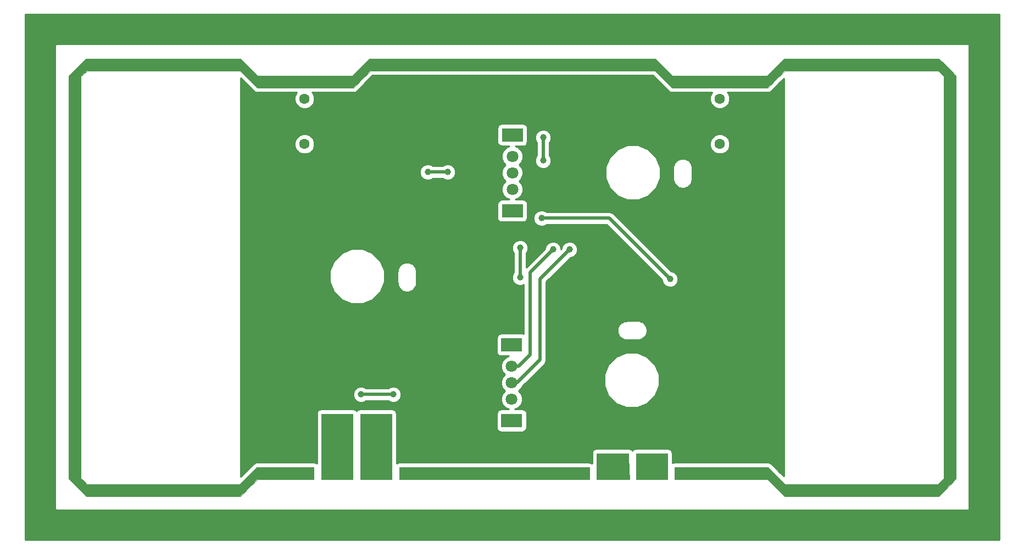
<source format=gbr>
G04 #@! TF.FileFunction,Copper,L2,Bot,Signal*
%FSLAX46Y46*%
G04 Gerber Fmt 4.6, Leading zero omitted, Abs format (unit mm)*
G04 Created by KiCad (PCBNEW 4.0.7-e2-6376~58~ubuntu16.04.1) date Sun Feb 25 02:30:39 2018*
%MOMM*%
%LPD*%
G01*
G04 APERTURE LIST*
%ADD10C,0.100000*%
%ADD11C,0.010000*%
%ADD12R,3.200000X2.000000*%
%ADD13C,1.800000*%
%ADD14C,1.600000*%
%ADD15C,1.000000*%
%ADD16C,0.500000*%
%ADD17C,0.254000*%
G04 APERTURE END LIST*
D10*
D11*
G36*
X99444666Y-67615000D02*
X100754951Y-68927333D01*
X115406382Y-68927333D01*
X116716666Y-67615000D01*
X118026951Y-66302667D01*
X162057715Y-66302667D01*
X163368000Y-67615000D01*
X164678284Y-68927333D01*
X179329715Y-68927333D01*
X180640000Y-67615000D01*
X181950284Y-66302667D01*
X205745651Y-66302667D01*
X207078159Y-67637129D01*
X208410666Y-68971592D01*
X208410666Y-131116985D01*
X207076203Y-132449492D01*
X205741741Y-133782000D01*
X181950284Y-133782000D01*
X180639999Y-132469667D01*
X179329715Y-131157333D01*
X165061333Y-131157333D01*
X165061333Y-129294667D01*
X179414382Y-129294667D01*
X180724666Y-130607000D01*
X182034951Y-131919333D01*
X205664784Y-131919333D01*
X206106392Y-131472171D01*
X206548000Y-131025008D01*
X206548000Y-69048549D01*
X206100837Y-68606941D01*
X205653675Y-68165333D01*
X182034951Y-68165333D01*
X180724666Y-69477667D01*
X179414382Y-70790000D01*
X164593617Y-70790000D01*
X163283333Y-69477667D01*
X161973048Y-68165333D01*
X118196284Y-68165333D01*
X116886000Y-69477667D01*
X115575715Y-70790000D01*
X100670284Y-70790000D01*
X99359999Y-69477666D01*
X98049715Y-68165333D01*
X86280024Y-68166531D01*
X74510333Y-68167728D01*
X74023500Y-68596878D01*
X73536666Y-69026027D01*
X73536666Y-131036118D01*
X73983829Y-131477725D01*
X74430991Y-131919333D01*
X98049715Y-131919333D01*
X99360000Y-130607000D01*
X100670284Y-129294667D01*
X109435333Y-129294667D01*
X109435333Y-131157333D01*
X100754951Y-131157333D01*
X99444666Y-132469667D01*
X98134382Y-133782000D01*
X74339015Y-133782000D01*
X73006507Y-132447537D01*
X71674000Y-131113074D01*
X71674000Y-68967682D01*
X73008462Y-67635174D01*
X74342925Y-66302667D01*
X98134382Y-66302667D01*
X99444666Y-67615000D01*
X99444666Y-67615000D01*
G37*
X99444666Y-67615000D02*
X100754951Y-68927333D01*
X115406382Y-68927333D01*
X116716666Y-67615000D01*
X118026951Y-66302667D01*
X162057715Y-66302667D01*
X163368000Y-67615000D01*
X164678284Y-68927333D01*
X179329715Y-68927333D01*
X180640000Y-67615000D01*
X181950284Y-66302667D01*
X205745651Y-66302667D01*
X207078159Y-67637129D01*
X208410666Y-68971592D01*
X208410666Y-131116985D01*
X207076203Y-132449492D01*
X205741741Y-133782000D01*
X181950284Y-133782000D01*
X180639999Y-132469667D01*
X179329715Y-131157333D01*
X165061333Y-131157333D01*
X165061333Y-129294667D01*
X179414382Y-129294667D01*
X180724666Y-130607000D01*
X182034951Y-131919333D01*
X205664784Y-131919333D01*
X206106392Y-131472171D01*
X206548000Y-131025008D01*
X206548000Y-69048549D01*
X206100837Y-68606941D01*
X205653675Y-68165333D01*
X182034951Y-68165333D01*
X180724666Y-69477667D01*
X179414382Y-70790000D01*
X164593617Y-70790000D01*
X163283333Y-69477667D01*
X161973048Y-68165333D01*
X118196284Y-68165333D01*
X116886000Y-69477667D01*
X115575715Y-70790000D01*
X100670284Y-70790000D01*
X99359999Y-69477666D01*
X98049715Y-68165333D01*
X86280024Y-68166531D01*
X74510333Y-68167728D01*
X74023500Y-68596878D01*
X73536666Y-69026027D01*
X73536666Y-131036118D01*
X73983829Y-131477725D01*
X74430991Y-131919333D01*
X98049715Y-131919333D01*
X99360000Y-130607000D01*
X100670284Y-129294667D01*
X109435333Y-129294667D01*
X109435333Y-131157333D01*
X100754951Y-131157333D01*
X99444666Y-132469667D01*
X98134382Y-133782000D01*
X74339015Y-133782000D01*
X73006507Y-132447537D01*
X71674000Y-131113074D01*
X71674000Y-68967682D01*
X73008462Y-67635174D01*
X74342925Y-66302667D01*
X98134382Y-66302667D01*
X99444666Y-67615000D01*
G36*
X115446666Y-131157333D02*
X110620666Y-131157333D01*
X110620666Y-121082000D01*
X115446666Y-121082000D01*
X115446666Y-131157333D01*
X115446666Y-131157333D01*
G37*
X115446666Y-131157333D02*
X110620666Y-131157333D01*
X110620666Y-121082000D01*
X115446666Y-121082000D01*
X115446666Y-131157333D01*
G36*
X121458000Y-131157333D02*
X116632000Y-131157333D01*
X116632000Y-121082000D01*
X121458000Y-121082000D01*
X121458000Y-131157333D01*
X121458000Y-131157333D01*
G37*
X121458000Y-131157333D02*
X116632000Y-131157333D01*
X116632000Y-121082000D01*
X121458000Y-121082000D01*
X121458000Y-131157333D01*
G36*
X137269500Y-129315593D02*
X151895666Y-129337000D01*
X151919697Y-130247167D01*
X151943728Y-131157333D01*
X122643333Y-131157333D01*
X122643333Y-129294187D01*
X137269500Y-129315593D01*
X137269500Y-129315593D01*
G37*
X137269500Y-129315593D02*
X151895666Y-129337000D01*
X151919697Y-130247167D01*
X151943728Y-131157333D01*
X122643333Y-131157333D01*
X122643333Y-129294187D01*
X137269500Y-129315593D01*
G36*
X157949333Y-127757144D02*
X157952793Y-128045477D01*
X157962333Y-128457829D01*
X157976690Y-128949043D01*
X157994602Y-129473964D01*
X158004962Y-129746811D01*
X158060592Y-131157333D01*
X153038666Y-131157333D01*
X153038666Y-127178000D01*
X157949333Y-127178000D01*
X157949333Y-127757144D01*
X157949333Y-127757144D01*
G37*
X157949333Y-127757144D02*
X157952793Y-128045477D01*
X157962333Y-128457829D01*
X157976690Y-128949043D01*
X157994602Y-129473964D01*
X158004962Y-129746811D01*
X158060592Y-131157333D01*
X153038666Y-131157333D01*
X153038666Y-127178000D01*
X157949333Y-127178000D01*
X157949333Y-127757144D01*
G36*
X163960666Y-131157333D02*
X159134666Y-131157333D01*
X159134666Y-127178000D01*
X163960666Y-127178000D01*
X163960666Y-131157333D01*
X163960666Y-131157333D01*
G37*
X163960666Y-131157333D02*
X159134666Y-131157333D01*
X159134666Y-127178000D01*
X163960666Y-127178000D01*
X163960666Y-131157333D01*
D12*
X139930000Y-110430000D03*
X139930000Y-122130000D03*
D13*
X139930000Y-118820000D03*
X139930000Y-113740000D03*
X139930000Y-116280000D03*
D12*
X140020000Y-78070000D03*
X140020000Y-89770000D03*
D13*
X140020000Y-86460000D03*
X140020000Y-81380000D03*
X140020000Y-83920000D03*
D14*
X108000000Y-72500000D03*
X108000000Y-79500000D03*
X172000000Y-72500000D03*
X172000000Y-79500000D03*
D15*
X112903000Y-122428000D03*
X116000000Y-109440000D03*
X144780000Y-78486000D03*
X144780000Y-82042000D03*
X127000000Y-83820000D03*
X130048000Y-83820000D03*
X141224000Y-95504000D03*
X141224000Y-100076000D03*
X119126000Y-122555000D03*
X148844000Y-95758000D03*
X146304000Y-95758000D03*
X144526000Y-90932000D03*
X164338000Y-100330000D03*
X116713000Y-118110000D03*
X121666000Y-118110000D03*
D16*
X144780000Y-82042000D02*
X144780000Y-78486000D01*
X130048000Y-83820000D02*
X127000000Y-83820000D01*
X141224000Y-100076000D02*
X141224000Y-95504000D01*
X139930000Y-116280000D02*
X140768000Y-116280000D01*
X140768000Y-116280000D02*
X144272000Y-112776000D01*
X144272000Y-112776000D02*
X144272000Y-100330000D01*
X144272000Y-100330000D02*
X148844000Y-95758000D01*
X139930000Y-113740000D02*
X141022000Y-113740000D01*
X142748000Y-99314000D02*
X146304000Y-95758000D01*
X142748000Y-112014000D02*
X142748000Y-99314000D01*
X141022000Y-113740000D02*
X142748000Y-112014000D01*
X154940000Y-90932000D02*
X144526000Y-90932000D01*
X164338000Y-100330000D02*
X154940000Y-90932000D01*
X121666000Y-118110000D02*
X116713000Y-118110000D01*
D17*
G36*
X162765326Y-69994864D02*
X162765327Y-69994865D01*
X164075611Y-71307198D01*
X164075854Y-71307360D01*
X164076015Y-71307602D01*
X164194106Y-71386508D01*
X164312964Y-71466061D01*
X164313251Y-71466118D01*
X164313493Y-71466280D01*
X164453003Y-71494030D01*
X164593045Y-71522000D01*
X164593332Y-71521943D01*
X164593617Y-71522000D01*
X170818317Y-71522000D01*
X170706227Y-71633894D01*
X170473265Y-72194928D01*
X170472735Y-72802407D01*
X170704717Y-73363846D01*
X171133894Y-73793773D01*
X171694928Y-74026735D01*
X172302407Y-74027265D01*
X172863846Y-73795283D01*
X173293773Y-73366106D01*
X173526735Y-72805072D01*
X173527265Y-72197593D01*
X173295283Y-71636154D01*
X173181328Y-71522000D01*
X179414382Y-71522000D01*
X179414667Y-71521943D01*
X179414954Y-71522000D01*
X179554996Y-71494030D01*
X179694506Y-71466280D01*
X179694748Y-71466118D01*
X179695035Y-71466061D01*
X179813893Y-71386508D01*
X179931984Y-71307602D01*
X179932145Y-71307360D01*
X179932388Y-71307198D01*
X181242673Y-69994864D01*
X181873000Y-69363551D01*
X181873000Y-130721115D01*
X181242672Y-130089802D01*
X179932388Y-128777469D01*
X179932145Y-128777307D01*
X179931984Y-128777065D01*
X179813893Y-128698159D01*
X179695035Y-128618606D01*
X179694748Y-128618549D01*
X179694506Y-128618387D01*
X179554996Y-128590637D01*
X179414954Y-128562667D01*
X179414667Y-128562724D01*
X179414382Y-128562667D01*
X165061333Y-128562667D01*
X164781209Y-128618387D01*
X164692666Y-128677550D01*
X164692666Y-127178000D01*
X164636946Y-126897876D01*
X164478268Y-126660398D01*
X164240790Y-126501720D01*
X163960666Y-126446000D01*
X159134666Y-126446000D01*
X158854542Y-126501720D01*
X158617064Y-126660398D01*
X158542000Y-126772740D01*
X158466935Y-126660398D01*
X158229457Y-126501720D01*
X157949333Y-126446000D01*
X153038666Y-126446000D01*
X152758542Y-126501720D01*
X152521064Y-126660398D01*
X152362386Y-126897876D01*
X152306666Y-127178000D01*
X152306666Y-128747418D01*
X152287099Y-128735077D01*
X152176780Y-128661131D01*
X152166614Y-128659093D01*
X152157843Y-128653562D01*
X152026944Y-128631099D01*
X151896738Y-128605001D01*
X137270572Y-128583594D01*
X122644404Y-128562188D01*
X122643869Y-128562294D01*
X122643333Y-128562187D01*
X122503658Y-128589970D01*
X122364199Y-128617498D01*
X122363745Y-128617800D01*
X122363209Y-128617907D01*
X122244877Y-128696974D01*
X122190000Y-128733526D01*
X122190000Y-121082000D01*
X122134280Y-120801876D01*
X121975602Y-120564398D01*
X121738124Y-120405720D01*
X121458000Y-120350000D01*
X116632000Y-120350000D01*
X116351876Y-120405720D01*
X116114398Y-120564398D01*
X116039333Y-120676741D01*
X115964268Y-120564398D01*
X115726790Y-120405720D01*
X115446666Y-120350000D01*
X110620666Y-120350000D01*
X110340542Y-120405720D01*
X110103064Y-120564398D01*
X109944386Y-120801876D01*
X109888666Y-121082000D01*
X109888666Y-128734122D01*
X109715457Y-128618387D01*
X109435333Y-128562667D01*
X100670284Y-128562667D01*
X100669999Y-128562724D01*
X100669712Y-128562667D01*
X100529670Y-128590637D01*
X100390160Y-128618387D01*
X100389918Y-128618549D01*
X100389631Y-128618606D01*
X100270773Y-128698159D01*
X100152682Y-128777065D01*
X100152521Y-128777307D01*
X100152278Y-128777469D01*
X98841994Y-130089802D01*
X98127000Y-130805914D01*
X98127000Y-118352995D01*
X115485788Y-118352995D01*
X115672194Y-118804131D01*
X116017053Y-119149593D01*
X116467864Y-119336786D01*
X116955995Y-119337212D01*
X117407131Y-119150806D01*
X117471049Y-119087000D01*
X120907569Y-119087000D01*
X120970053Y-119149593D01*
X121420864Y-119336786D01*
X121908995Y-119337212D01*
X122360131Y-119150806D01*
X122705593Y-118805947D01*
X122892786Y-118355136D01*
X122893212Y-117867005D01*
X122706806Y-117415869D01*
X122361947Y-117070407D01*
X121911136Y-116883214D01*
X121423005Y-116882788D01*
X120971869Y-117069194D01*
X120907951Y-117133000D01*
X117471431Y-117133000D01*
X117408947Y-117070407D01*
X116958136Y-116883214D01*
X116470005Y-116882788D01*
X116018869Y-117069194D01*
X115673407Y-117414053D01*
X115486214Y-117864864D01*
X115485788Y-118352995D01*
X98127000Y-118352995D01*
X98127000Y-109430000D01*
X137588758Y-109430000D01*
X137588758Y-111430000D01*
X137639451Y-111699410D01*
X137798672Y-111946846D01*
X138041615Y-112112843D01*
X138330000Y-112171242D01*
X139466150Y-112171242D01*
X139009582Y-112359892D01*
X138551501Y-112817175D01*
X138303283Y-113414950D01*
X138302718Y-114062211D01*
X138549892Y-114660418D01*
X138899073Y-115010208D01*
X138551501Y-115357175D01*
X138303283Y-115954950D01*
X138302718Y-116602211D01*
X138549892Y-117200418D01*
X138899073Y-117550208D01*
X138551501Y-117897175D01*
X138303283Y-118494950D01*
X138302718Y-119142211D01*
X138549892Y-119740418D01*
X139007175Y-120198499D01*
X139465369Y-120388758D01*
X138330000Y-120388758D01*
X138060590Y-120439451D01*
X137813154Y-120598672D01*
X137647157Y-120841615D01*
X137588758Y-121130000D01*
X137588758Y-123130000D01*
X137639451Y-123399410D01*
X137798672Y-123646846D01*
X138041615Y-123812843D01*
X138330000Y-123871242D01*
X141530000Y-123871242D01*
X141799410Y-123820549D01*
X142046846Y-123661328D01*
X142212843Y-123418385D01*
X142271242Y-123130000D01*
X142271242Y-121130000D01*
X142220549Y-120860590D01*
X142061328Y-120613154D01*
X141818385Y-120447157D01*
X141530000Y-120388758D01*
X140393850Y-120388758D01*
X140850418Y-120200108D01*
X141308499Y-119742825D01*
X141556717Y-119145050D01*
X141557282Y-118497789D01*
X141310108Y-117899582D01*
X140960927Y-117549792D01*
X141308499Y-117202825D01*
X141384084Y-117020795D01*
X141458843Y-116970843D01*
X141692572Y-116737114D01*
X154172268Y-116737114D01*
X154814434Y-118291275D01*
X156002470Y-119481387D01*
X157555509Y-120126265D01*
X159237114Y-120127732D01*
X160791275Y-119485566D01*
X161981387Y-118297530D01*
X162626265Y-116744491D01*
X162627732Y-115062886D01*
X161985566Y-113508725D01*
X160797530Y-112318613D01*
X159244491Y-111673735D01*
X157562886Y-111672268D01*
X156008725Y-112314434D01*
X154818613Y-113502470D01*
X154173735Y-115055509D01*
X154172268Y-116737114D01*
X141692572Y-116737114D01*
X144962843Y-113466844D01*
X145174630Y-113149882D01*
X145249000Y-112776000D01*
X145249000Y-108080558D01*
X156203190Y-108080558D01*
X156203191Y-108237020D01*
X156203190Y-108393482D01*
X156254620Y-108652038D01*
X156276461Y-108704766D01*
X156374370Y-108941142D01*
X156520830Y-109160336D01*
X156742104Y-109381610D01*
X156961298Y-109528070D01*
X157151198Y-109606728D01*
X157250402Y-109647820D01*
X157508957Y-109699250D01*
X157552250Y-109699250D01*
X157655260Y-109719740D01*
X159331660Y-109719740D01*
X159466264Y-109692965D01*
X159511573Y-109692492D01*
X159748077Y-109642874D01*
X159885542Y-109584243D01*
X160023980Y-109528108D01*
X160245923Y-109382195D01*
X160468840Y-109162581D01*
X160468842Y-109162579D01*
X160618051Y-108942839D01*
X160718751Y-108704766D01*
X160739955Y-108654637D01*
X160793716Y-108394523D01*
X160796051Y-108081607D01*
X160796051Y-108081606D01*
X160746178Y-107820719D01*
X160686711Y-107674069D01*
X160628589Y-107530731D01*
X160482676Y-107308788D01*
X160482675Y-107308786D01*
X160263061Y-107085870D01*
X160043320Y-106936660D01*
X159877023Y-106866320D01*
X159755119Y-106814756D01*
X159495004Y-106760995D01*
X159437013Y-106760562D01*
X159321939Y-106739119D01*
X157645540Y-106759439D01*
X157564985Y-106776480D01*
X157470276Y-106778195D01*
X157236184Y-106829182D01*
X157099268Y-106888822D01*
X156961298Y-106945970D01*
X156742104Y-107092430D01*
X156520830Y-107313704D01*
X156374370Y-107532898D01*
X156306405Y-107696983D01*
X156254620Y-107822002D01*
X156203190Y-108080558D01*
X145249000Y-108080558D01*
X145249000Y-100734686D01*
X148998552Y-96985135D01*
X149086995Y-96985212D01*
X149538131Y-96798806D01*
X149883593Y-96453947D01*
X150070786Y-96003136D01*
X150071212Y-95515005D01*
X149884806Y-95063869D01*
X149539947Y-94718407D01*
X149089136Y-94531214D01*
X148601005Y-94530788D01*
X148149869Y-94717194D01*
X147804407Y-95062053D01*
X147617214Y-95512864D01*
X147617135Y-95603178D01*
X147531060Y-95689253D01*
X147531212Y-95515005D01*
X147344806Y-95063869D01*
X146999947Y-94718407D01*
X146549136Y-94531214D01*
X146061005Y-94530788D01*
X145609869Y-94717194D01*
X145264407Y-95062053D01*
X145077214Y-95512864D01*
X145077135Y-95603178D01*
X142201000Y-98479314D01*
X142201000Y-96262431D01*
X142263593Y-96199947D01*
X142450786Y-95749136D01*
X142451212Y-95261005D01*
X142264806Y-94809869D01*
X141919947Y-94464407D01*
X141469136Y-94277214D01*
X140981005Y-94276788D01*
X140529869Y-94463194D01*
X140184407Y-94808053D01*
X139997214Y-95258864D01*
X139996788Y-95746995D01*
X140183194Y-96198131D01*
X140247000Y-96262049D01*
X140247000Y-99317569D01*
X140184407Y-99380053D01*
X139997214Y-99830864D01*
X139996788Y-100318995D01*
X140183194Y-100770131D01*
X140528053Y-101115593D01*
X140978864Y-101302786D01*
X141466995Y-101303212D01*
X141771000Y-101177599D01*
X141771000Y-108737561D01*
X141530000Y-108688758D01*
X138330000Y-108688758D01*
X138060590Y-108739451D01*
X137813154Y-108898672D01*
X137647157Y-109141615D01*
X137588758Y-109430000D01*
X98127000Y-109430000D01*
X98127000Y-100737114D01*
X111872268Y-100737114D01*
X112514434Y-102291275D01*
X113702470Y-103481387D01*
X115255509Y-104126265D01*
X116937114Y-104127732D01*
X118491275Y-103485566D01*
X119681387Y-102297530D01*
X120326265Y-100744491D01*
X120327645Y-99161600D01*
X122301640Y-99161600D01*
X122301640Y-100838000D01*
X122328415Y-100972604D01*
X122328888Y-101017913D01*
X122378506Y-101254417D01*
X122437137Y-101391882D01*
X122493272Y-101530320D01*
X122639185Y-101752263D01*
X122762985Y-101877925D01*
X122858801Y-101975182D01*
X123078541Y-102124391D01*
X123266120Y-102203733D01*
X123366743Y-102246295D01*
X123626857Y-102300056D01*
X123939773Y-102302391D01*
X123939774Y-102302391D01*
X124200661Y-102252518D01*
X124367655Y-102184802D01*
X124490649Y-102134929D01*
X124712592Y-101989016D01*
X124935509Y-101769402D01*
X124935511Y-101769400D01*
X125084720Y-101549660D01*
X125187360Y-101307000D01*
X125206624Y-101261458D01*
X125260385Y-101001344D01*
X125260818Y-100943353D01*
X125282261Y-100828279D01*
X125261941Y-99151880D01*
X125244900Y-99071325D01*
X125243185Y-98976616D01*
X125192198Y-98742524D01*
X125132558Y-98605608D01*
X125075410Y-98467638D01*
X124928950Y-98248444D01*
X124707676Y-98027170D01*
X124488482Y-97880710D01*
X124298582Y-97802052D01*
X124199378Y-97760960D01*
X123940822Y-97709530D01*
X123784360Y-97709531D01*
X123627897Y-97709530D01*
X123369342Y-97760960D01*
X123270138Y-97802052D01*
X123080238Y-97880710D01*
X122861044Y-98027170D01*
X122639770Y-98248444D01*
X122493310Y-98467638D01*
X122443593Y-98587668D01*
X122373560Y-98756742D01*
X122322130Y-99015298D01*
X122322130Y-99058590D01*
X122301640Y-99161600D01*
X120327645Y-99161600D01*
X120327732Y-99062886D01*
X119685566Y-97508725D01*
X118497530Y-96318613D01*
X116944491Y-95673735D01*
X115262886Y-95672268D01*
X113708725Y-96314434D01*
X112518613Y-97502470D01*
X111873735Y-99055509D01*
X111872268Y-100737114D01*
X98127000Y-100737114D01*
X98127000Y-84062995D01*
X125772788Y-84062995D01*
X125959194Y-84514131D01*
X126304053Y-84859593D01*
X126754864Y-85046786D01*
X127242995Y-85047212D01*
X127694131Y-84860806D01*
X127758049Y-84797000D01*
X129289569Y-84797000D01*
X129352053Y-84859593D01*
X129802864Y-85046786D01*
X130290995Y-85047212D01*
X130742131Y-84860806D01*
X131087593Y-84515947D01*
X131274786Y-84065136D01*
X131275212Y-83577005D01*
X131088806Y-83125869D01*
X130743947Y-82780407D01*
X130293136Y-82593214D01*
X129805005Y-82592788D01*
X129353869Y-82779194D01*
X129289951Y-82843000D01*
X127758431Y-82843000D01*
X127695947Y-82780407D01*
X127245136Y-82593214D01*
X126757005Y-82592788D01*
X126305869Y-82779194D01*
X125960407Y-83124053D01*
X125773214Y-83574864D01*
X125772788Y-84062995D01*
X98127000Y-84062995D01*
X98127000Y-79802407D01*
X106472735Y-79802407D01*
X106704717Y-80363846D01*
X107133894Y-80793773D01*
X107694928Y-81026735D01*
X108302407Y-81027265D01*
X108863846Y-80795283D01*
X109293773Y-80366106D01*
X109526735Y-79805072D01*
X109527265Y-79197593D01*
X109295283Y-78636154D01*
X108866106Y-78206227D01*
X108305072Y-77973265D01*
X107697593Y-77972735D01*
X107136154Y-78204717D01*
X106706227Y-78633894D01*
X106473265Y-79194928D01*
X106472735Y-79802407D01*
X98127000Y-79802407D01*
X98127000Y-77070000D01*
X137678758Y-77070000D01*
X137678758Y-79070000D01*
X137729451Y-79339410D01*
X137888672Y-79586846D01*
X138131615Y-79752843D01*
X138420000Y-79811242D01*
X139556150Y-79811242D01*
X139099582Y-79999892D01*
X138641501Y-80457175D01*
X138393283Y-81054950D01*
X138392718Y-81702211D01*
X138639892Y-82300418D01*
X138989073Y-82650208D01*
X138641501Y-82997175D01*
X138393283Y-83594950D01*
X138392718Y-84242211D01*
X138639892Y-84840418D01*
X138989073Y-85190208D01*
X138641501Y-85537175D01*
X138393283Y-86134950D01*
X138392718Y-86782211D01*
X138639892Y-87380418D01*
X139097175Y-87838499D01*
X139555369Y-88028758D01*
X138420000Y-88028758D01*
X138150590Y-88079451D01*
X137903154Y-88238672D01*
X137737157Y-88481615D01*
X137678758Y-88770000D01*
X137678758Y-90770000D01*
X137729451Y-91039410D01*
X137888672Y-91286846D01*
X138131615Y-91452843D01*
X138420000Y-91511242D01*
X141620000Y-91511242D01*
X141889410Y-91460549D01*
X142136846Y-91301328D01*
X142223166Y-91174995D01*
X143298788Y-91174995D01*
X143485194Y-91626131D01*
X143830053Y-91971593D01*
X144280864Y-92158786D01*
X144768995Y-92159212D01*
X145220131Y-91972806D01*
X145284049Y-91909000D01*
X154535314Y-91909000D01*
X163110865Y-100484551D01*
X163110788Y-100572995D01*
X163297194Y-101024131D01*
X163642053Y-101369593D01*
X164092864Y-101556786D01*
X164580995Y-101557212D01*
X165032131Y-101370806D01*
X165377593Y-101025947D01*
X165564786Y-100575136D01*
X165565212Y-100087005D01*
X165378806Y-99635869D01*
X165033947Y-99290407D01*
X164583136Y-99103214D01*
X164492821Y-99103135D01*
X155630843Y-90241157D01*
X155599811Y-90220422D01*
X155313882Y-90029370D01*
X154940000Y-89955000D01*
X145284431Y-89955000D01*
X145221947Y-89892407D01*
X144771136Y-89705214D01*
X144283005Y-89704788D01*
X143831869Y-89891194D01*
X143486407Y-90236053D01*
X143299214Y-90686864D01*
X143298788Y-91174995D01*
X142223166Y-91174995D01*
X142302843Y-91058385D01*
X142361242Y-90770000D01*
X142361242Y-88770000D01*
X142310549Y-88500590D01*
X142151328Y-88253154D01*
X141908385Y-88087157D01*
X141620000Y-88028758D01*
X140483850Y-88028758D01*
X140940418Y-87840108D01*
X141398499Y-87382825D01*
X141646717Y-86785050D01*
X141647282Y-86137789D01*
X141400108Y-85539582D01*
X141050927Y-85189792D01*
X141398499Y-84842825D01*
X141442394Y-84737114D01*
X154372268Y-84737114D01*
X155014434Y-86291275D01*
X156202470Y-87481387D01*
X157755509Y-88126265D01*
X159437114Y-88127732D01*
X160991275Y-87485566D01*
X162181387Y-86297530D01*
X162826265Y-84744491D01*
X162827643Y-83164680D01*
X164795840Y-83164680D01*
X164795840Y-84841080D01*
X164822615Y-84975684D01*
X164823088Y-85020993D01*
X164872706Y-85257497D01*
X164931337Y-85394962D01*
X164987472Y-85533400D01*
X165133385Y-85755343D01*
X165257185Y-85881005D01*
X165353001Y-85978262D01*
X165572741Y-86127471D01*
X165760320Y-86206813D01*
X165860943Y-86249375D01*
X166121057Y-86303136D01*
X166433973Y-86305471D01*
X166433974Y-86305471D01*
X166694861Y-86255598D01*
X166861855Y-86187882D01*
X166984849Y-86138009D01*
X167206792Y-85992096D01*
X167429709Y-85772482D01*
X167429711Y-85772480D01*
X167578920Y-85552740D01*
X167680162Y-85313386D01*
X167700824Y-85264538D01*
X167754585Y-85004424D01*
X167755018Y-84946433D01*
X167776461Y-84831359D01*
X167756141Y-83154960D01*
X167739100Y-83074405D01*
X167737385Y-82979696D01*
X167686398Y-82745604D01*
X167626758Y-82608688D01*
X167569610Y-82470718D01*
X167423150Y-82251524D01*
X167201876Y-82030250D01*
X166982682Y-81883790D01*
X166777990Y-81799005D01*
X166693578Y-81764040D01*
X166435022Y-81712610D01*
X166278560Y-81712611D01*
X166122097Y-81712610D01*
X165863542Y-81764040D01*
X165779130Y-81799005D01*
X165574438Y-81883790D01*
X165355244Y-82030250D01*
X165133970Y-82251524D01*
X164987510Y-82470718D01*
X164934963Y-82597580D01*
X164867760Y-82759822D01*
X164816330Y-83018378D01*
X164816330Y-83061670D01*
X164795840Y-83164680D01*
X162827643Y-83164680D01*
X162827732Y-83062886D01*
X162185566Y-81508725D01*
X160997530Y-80318613D01*
X159754368Y-79802407D01*
X170472735Y-79802407D01*
X170704717Y-80363846D01*
X171133894Y-80793773D01*
X171694928Y-81026735D01*
X172302407Y-81027265D01*
X172863846Y-80795283D01*
X173293773Y-80366106D01*
X173526735Y-79805072D01*
X173527265Y-79197593D01*
X173295283Y-78636154D01*
X172866106Y-78206227D01*
X172305072Y-77973265D01*
X171697593Y-77972735D01*
X171136154Y-78204717D01*
X170706227Y-78633894D01*
X170473265Y-79194928D01*
X170472735Y-79802407D01*
X159754368Y-79802407D01*
X159444491Y-79673735D01*
X157762886Y-79672268D01*
X156208725Y-80314434D01*
X155018613Y-81502470D01*
X154373735Y-83055509D01*
X154372268Y-84737114D01*
X141442394Y-84737114D01*
X141646717Y-84245050D01*
X141647282Y-83597789D01*
X141400108Y-82999582D01*
X141050927Y-82649792D01*
X141398499Y-82302825D01*
X141646717Y-81705050D01*
X141647282Y-81057789D01*
X141400108Y-80459582D01*
X140942825Y-80001501D01*
X140484631Y-79811242D01*
X141620000Y-79811242D01*
X141889410Y-79760549D01*
X142136846Y-79601328D01*
X142302843Y-79358385D01*
X142361242Y-79070000D01*
X142361242Y-78728995D01*
X143552788Y-78728995D01*
X143739194Y-79180131D01*
X143803000Y-79244049D01*
X143803000Y-81283569D01*
X143740407Y-81346053D01*
X143553214Y-81796864D01*
X143552788Y-82284995D01*
X143739194Y-82736131D01*
X144084053Y-83081593D01*
X144534864Y-83268786D01*
X145022995Y-83269212D01*
X145474131Y-83082806D01*
X145819593Y-82737947D01*
X146006786Y-82287136D01*
X146007212Y-81799005D01*
X145820806Y-81347869D01*
X145757000Y-81283951D01*
X145757000Y-79244431D01*
X145819593Y-79181947D01*
X146006786Y-78731136D01*
X146007212Y-78243005D01*
X145820806Y-77791869D01*
X145475947Y-77446407D01*
X145025136Y-77259214D01*
X144537005Y-77258788D01*
X144085869Y-77445194D01*
X143740407Y-77790053D01*
X143553214Y-78240864D01*
X143552788Y-78728995D01*
X142361242Y-78728995D01*
X142361242Y-77070000D01*
X142310549Y-76800590D01*
X142151328Y-76553154D01*
X141908385Y-76387157D01*
X141620000Y-76328758D01*
X138420000Y-76328758D01*
X138150590Y-76379451D01*
X137903154Y-76538672D01*
X137737157Y-76781615D01*
X137678758Y-77070000D01*
X98127000Y-77070000D01*
X98127000Y-69278753D01*
X98841993Y-69994864D01*
X100152277Y-71307197D01*
X100152520Y-71307360D01*
X100152682Y-71307602D01*
X100270919Y-71386605D01*
X100389631Y-71466061D01*
X100389918Y-71466118D01*
X100390160Y-71466280D01*
X100530288Y-71494153D01*
X100669712Y-71521999D01*
X100669996Y-71521943D01*
X100670284Y-71522000D01*
X106818317Y-71522000D01*
X106706227Y-71633894D01*
X106473265Y-72194928D01*
X106472735Y-72802407D01*
X106704717Y-73363846D01*
X107133894Y-73793773D01*
X107694928Y-74026735D01*
X108302407Y-74027265D01*
X108863846Y-73795283D01*
X109293773Y-73366106D01*
X109526735Y-72805072D01*
X109527265Y-72197593D01*
X109295283Y-71636154D01*
X109181328Y-71522000D01*
X115575715Y-71522000D01*
X115576000Y-71521943D01*
X115576287Y-71522000D01*
X115716329Y-71494030D01*
X115855839Y-71466280D01*
X115856081Y-71466118D01*
X115856368Y-71466061D01*
X115975226Y-71386508D01*
X116093317Y-71307602D01*
X116093478Y-71307360D01*
X116093721Y-71307198D01*
X117404007Y-69994864D01*
X118499824Y-68897333D01*
X161669509Y-68897333D01*
X162765326Y-69994864D01*
X162765326Y-69994864D01*
G37*
X162765326Y-69994864D02*
X162765327Y-69994865D01*
X164075611Y-71307198D01*
X164075854Y-71307360D01*
X164076015Y-71307602D01*
X164194106Y-71386508D01*
X164312964Y-71466061D01*
X164313251Y-71466118D01*
X164313493Y-71466280D01*
X164453003Y-71494030D01*
X164593045Y-71522000D01*
X164593332Y-71521943D01*
X164593617Y-71522000D01*
X170818317Y-71522000D01*
X170706227Y-71633894D01*
X170473265Y-72194928D01*
X170472735Y-72802407D01*
X170704717Y-73363846D01*
X171133894Y-73793773D01*
X171694928Y-74026735D01*
X172302407Y-74027265D01*
X172863846Y-73795283D01*
X173293773Y-73366106D01*
X173526735Y-72805072D01*
X173527265Y-72197593D01*
X173295283Y-71636154D01*
X173181328Y-71522000D01*
X179414382Y-71522000D01*
X179414667Y-71521943D01*
X179414954Y-71522000D01*
X179554996Y-71494030D01*
X179694506Y-71466280D01*
X179694748Y-71466118D01*
X179695035Y-71466061D01*
X179813893Y-71386508D01*
X179931984Y-71307602D01*
X179932145Y-71307360D01*
X179932388Y-71307198D01*
X181242673Y-69994864D01*
X181873000Y-69363551D01*
X181873000Y-130721115D01*
X181242672Y-130089802D01*
X179932388Y-128777469D01*
X179932145Y-128777307D01*
X179931984Y-128777065D01*
X179813893Y-128698159D01*
X179695035Y-128618606D01*
X179694748Y-128618549D01*
X179694506Y-128618387D01*
X179554996Y-128590637D01*
X179414954Y-128562667D01*
X179414667Y-128562724D01*
X179414382Y-128562667D01*
X165061333Y-128562667D01*
X164781209Y-128618387D01*
X164692666Y-128677550D01*
X164692666Y-127178000D01*
X164636946Y-126897876D01*
X164478268Y-126660398D01*
X164240790Y-126501720D01*
X163960666Y-126446000D01*
X159134666Y-126446000D01*
X158854542Y-126501720D01*
X158617064Y-126660398D01*
X158542000Y-126772740D01*
X158466935Y-126660398D01*
X158229457Y-126501720D01*
X157949333Y-126446000D01*
X153038666Y-126446000D01*
X152758542Y-126501720D01*
X152521064Y-126660398D01*
X152362386Y-126897876D01*
X152306666Y-127178000D01*
X152306666Y-128747418D01*
X152287099Y-128735077D01*
X152176780Y-128661131D01*
X152166614Y-128659093D01*
X152157843Y-128653562D01*
X152026944Y-128631099D01*
X151896738Y-128605001D01*
X137270572Y-128583594D01*
X122644404Y-128562188D01*
X122643869Y-128562294D01*
X122643333Y-128562187D01*
X122503658Y-128589970D01*
X122364199Y-128617498D01*
X122363745Y-128617800D01*
X122363209Y-128617907D01*
X122244877Y-128696974D01*
X122190000Y-128733526D01*
X122190000Y-121082000D01*
X122134280Y-120801876D01*
X121975602Y-120564398D01*
X121738124Y-120405720D01*
X121458000Y-120350000D01*
X116632000Y-120350000D01*
X116351876Y-120405720D01*
X116114398Y-120564398D01*
X116039333Y-120676741D01*
X115964268Y-120564398D01*
X115726790Y-120405720D01*
X115446666Y-120350000D01*
X110620666Y-120350000D01*
X110340542Y-120405720D01*
X110103064Y-120564398D01*
X109944386Y-120801876D01*
X109888666Y-121082000D01*
X109888666Y-128734122D01*
X109715457Y-128618387D01*
X109435333Y-128562667D01*
X100670284Y-128562667D01*
X100669999Y-128562724D01*
X100669712Y-128562667D01*
X100529670Y-128590637D01*
X100390160Y-128618387D01*
X100389918Y-128618549D01*
X100389631Y-128618606D01*
X100270773Y-128698159D01*
X100152682Y-128777065D01*
X100152521Y-128777307D01*
X100152278Y-128777469D01*
X98841994Y-130089802D01*
X98127000Y-130805914D01*
X98127000Y-118352995D01*
X115485788Y-118352995D01*
X115672194Y-118804131D01*
X116017053Y-119149593D01*
X116467864Y-119336786D01*
X116955995Y-119337212D01*
X117407131Y-119150806D01*
X117471049Y-119087000D01*
X120907569Y-119087000D01*
X120970053Y-119149593D01*
X121420864Y-119336786D01*
X121908995Y-119337212D01*
X122360131Y-119150806D01*
X122705593Y-118805947D01*
X122892786Y-118355136D01*
X122893212Y-117867005D01*
X122706806Y-117415869D01*
X122361947Y-117070407D01*
X121911136Y-116883214D01*
X121423005Y-116882788D01*
X120971869Y-117069194D01*
X120907951Y-117133000D01*
X117471431Y-117133000D01*
X117408947Y-117070407D01*
X116958136Y-116883214D01*
X116470005Y-116882788D01*
X116018869Y-117069194D01*
X115673407Y-117414053D01*
X115486214Y-117864864D01*
X115485788Y-118352995D01*
X98127000Y-118352995D01*
X98127000Y-109430000D01*
X137588758Y-109430000D01*
X137588758Y-111430000D01*
X137639451Y-111699410D01*
X137798672Y-111946846D01*
X138041615Y-112112843D01*
X138330000Y-112171242D01*
X139466150Y-112171242D01*
X139009582Y-112359892D01*
X138551501Y-112817175D01*
X138303283Y-113414950D01*
X138302718Y-114062211D01*
X138549892Y-114660418D01*
X138899073Y-115010208D01*
X138551501Y-115357175D01*
X138303283Y-115954950D01*
X138302718Y-116602211D01*
X138549892Y-117200418D01*
X138899073Y-117550208D01*
X138551501Y-117897175D01*
X138303283Y-118494950D01*
X138302718Y-119142211D01*
X138549892Y-119740418D01*
X139007175Y-120198499D01*
X139465369Y-120388758D01*
X138330000Y-120388758D01*
X138060590Y-120439451D01*
X137813154Y-120598672D01*
X137647157Y-120841615D01*
X137588758Y-121130000D01*
X137588758Y-123130000D01*
X137639451Y-123399410D01*
X137798672Y-123646846D01*
X138041615Y-123812843D01*
X138330000Y-123871242D01*
X141530000Y-123871242D01*
X141799410Y-123820549D01*
X142046846Y-123661328D01*
X142212843Y-123418385D01*
X142271242Y-123130000D01*
X142271242Y-121130000D01*
X142220549Y-120860590D01*
X142061328Y-120613154D01*
X141818385Y-120447157D01*
X141530000Y-120388758D01*
X140393850Y-120388758D01*
X140850418Y-120200108D01*
X141308499Y-119742825D01*
X141556717Y-119145050D01*
X141557282Y-118497789D01*
X141310108Y-117899582D01*
X140960927Y-117549792D01*
X141308499Y-117202825D01*
X141384084Y-117020795D01*
X141458843Y-116970843D01*
X141692572Y-116737114D01*
X154172268Y-116737114D01*
X154814434Y-118291275D01*
X156002470Y-119481387D01*
X157555509Y-120126265D01*
X159237114Y-120127732D01*
X160791275Y-119485566D01*
X161981387Y-118297530D01*
X162626265Y-116744491D01*
X162627732Y-115062886D01*
X161985566Y-113508725D01*
X160797530Y-112318613D01*
X159244491Y-111673735D01*
X157562886Y-111672268D01*
X156008725Y-112314434D01*
X154818613Y-113502470D01*
X154173735Y-115055509D01*
X154172268Y-116737114D01*
X141692572Y-116737114D01*
X144962843Y-113466844D01*
X145174630Y-113149882D01*
X145249000Y-112776000D01*
X145249000Y-108080558D01*
X156203190Y-108080558D01*
X156203191Y-108237020D01*
X156203190Y-108393482D01*
X156254620Y-108652038D01*
X156276461Y-108704766D01*
X156374370Y-108941142D01*
X156520830Y-109160336D01*
X156742104Y-109381610D01*
X156961298Y-109528070D01*
X157151198Y-109606728D01*
X157250402Y-109647820D01*
X157508957Y-109699250D01*
X157552250Y-109699250D01*
X157655260Y-109719740D01*
X159331660Y-109719740D01*
X159466264Y-109692965D01*
X159511573Y-109692492D01*
X159748077Y-109642874D01*
X159885542Y-109584243D01*
X160023980Y-109528108D01*
X160245923Y-109382195D01*
X160468840Y-109162581D01*
X160468842Y-109162579D01*
X160618051Y-108942839D01*
X160718751Y-108704766D01*
X160739955Y-108654637D01*
X160793716Y-108394523D01*
X160796051Y-108081607D01*
X160796051Y-108081606D01*
X160746178Y-107820719D01*
X160686711Y-107674069D01*
X160628589Y-107530731D01*
X160482676Y-107308788D01*
X160482675Y-107308786D01*
X160263061Y-107085870D01*
X160043320Y-106936660D01*
X159877023Y-106866320D01*
X159755119Y-106814756D01*
X159495004Y-106760995D01*
X159437013Y-106760562D01*
X159321939Y-106739119D01*
X157645540Y-106759439D01*
X157564985Y-106776480D01*
X157470276Y-106778195D01*
X157236184Y-106829182D01*
X157099268Y-106888822D01*
X156961298Y-106945970D01*
X156742104Y-107092430D01*
X156520830Y-107313704D01*
X156374370Y-107532898D01*
X156306405Y-107696983D01*
X156254620Y-107822002D01*
X156203190Y-108080558D01*
X145249000Y-108080558D01*
X145249000Y-100734686D01*
X148998552Y-96985135D01*
X149086995Y-96985212D01*
X149538131Y-96798806D01*
X149883593Y-96453947D01*
X150070786Y-96003136D01*
X150071212Y-95515005D01*
X149884806Y-95063869D01*
X149539947Y-94718407D01*
X149089136Y-94531214D01*
X148601005Y-94530788D01*
X148149869Y-94717194D01*
X147804407Y-95062053D01*
X147617214Y-95512864D01*
X147617135Y-95603178D01*
X147531060Y-95689253D01*
X147531212Y-95515005D01*
X147344806Y-95063869D01*
X146999947Y-94718407D01*
X146549136Y-94531214D01*
X146061005Y-94530788D01*
X145609869Y-94717194D01*
X145264407Y-95062053D01*
X145077214Y-95512864D01*
X145077135Y-95603178D01*
X142201000Y-98479314D01*
X142201000Y-96262431D01*
X142263593Y-96199947D01*
X142450786Y-95749136D01*
X142451212Y-95261005D01*
X142264806Y-94809869D01*
X141919947Y-94464407D01*
X141469136Y-94277214D01*
X140981005Y-94276788D01*
X140529869Y-94463194D01*
X140184407Y-94808053D01*
X139997214Y-95258864D01*
X139996788Y-95746995D01*
X140183194Y-96198131D01*
X140247000Y-96262049D01*
X140247000Y-99317569D01*
X140184407Y-99380053D01*
X139997214Y-99830864D01*
X139996788Y-100318995D01*
X140183194Y-100770131D01*
X140528053Y-101115593D01*
X140978864Y-101302786D01*
X141466995Y-101303212D01*
X141771000Y-101177599D01*
X141771000Y-108737561D01*
X141530000Y-108688758D01*
X138330000Y-108688758D01*
X138060590Y-108739451D01*
X137813154Y-108898672D01*
X137647157Y-109141615D01*
X137588758Y-109430000D01*
X98127000Y-109430000D01*
X98127000Y-100737114D01*
X111872268Y-100737114D01*
X112514434Y-102291275D01*
X113702470Y-103481387D01*
X115255509Y-104126265D01*
X116937114Y-104127732D01*
X118491275Y-103485566D01*
X119681387Y-102297530D01*
X120326265Y-100744491D01*
X120327645Y-99161600D01*
X122301640Y-99161600D01*
X122301640Y-100838000D01*
X122328415Y-100972604D01*
X122328888Y-101017913D01*
X122378506Y-101254417D01*
X122437137Y-101391882D01*
X122493272Y-101530320D01*
X122639185Y-101752263D01*
X122762985Y-101877925D01*
X122858801Y-101975182D01*
X123078541Y-102124391D01*
X123266120Y-102203733D01*
X123366743Y-102246295D01*
X123626857Y-102300056D01*
X123939773Y-102302391D01*
X123939774Y-102302391D01*
X124200661Y-102252518D01*
X124367655Y-102184802D01*
X124490649Y-102134929D01*
X124712592Y-101989016D01*
X124935509Y-101769402D01*
X124935511Y-101769400D01*
X125084720Y-101549660D01*
X125187360Y-101307000D01*
X125206624Y-101261458D01*
X125260385Y-101001344D01*
X125260818Y-100943353D01*
X125282261Y-100828279D01*
X125261941Y-99151880D01*
X125244900Y-99071325D01*
X125243185Y-98976616D01*
X125192198Y-98742524D01*
X125132558Y-98605608D01*
X125075410Y-98467638D01*
X124928950Y-98248444D01*
X124707676Y-98027170D01*
X124488482Y-97880710D01*
X124298582Y-97802052D01*
X124199378Y-97760960D01*
X123940822Y-97709530D01*
X123784360Y-97709531D01*
X123627897Y-97709530D01*
X123369342Y-97760960D01*
X123270138Y-97802052D01*
X123080238Y-97880710D01*
X122861044Y-98027170D01*
X122639770Y-98248444D01*
X122493310Y-98467638D01*
X122443593Y-98587668D01*
X122373560Y-98756742D01*
X122322130Y-99015298D01*
X122322130Y-99058590D01*
X122301640Y-99161600D01*
X120327645Y-99161600D01*
X120327732Y-99062886D01*
X119685566Y-97508725D01*
X118497530Y-96318613D01*
X116944491Y-95673735D01*
X115262886Y-95672268D01*
X113708725Y-96314434D01*
X112518613Y-97502470D01*
X111873735Y-99055509D01*
X111872268Y-100737114D01*
X98127000Y-100737114D01*
X98127000Y-84062995D01*
X125772788Y-84062995D01*
X125959194Y-84514131D01*
X126304053Y-84859593D01*
X126754864Y-85046786D01*
X127242995Y-85047212D01*
X127694131Y-84860806D01*
X127758049Y-84797000D01*
X129289569Y-84797000D01*
X129352053Y-84859593D01*
X129802864Y-85046786D01*
X130290995Y-85047212D01*
X130742131Y-84860806D01*
X131087593Y-84515947D01*
X131274786Y-84065136D01*
X131275212Y-83577005D01*
X131088806Y-83125869D01*
X130743947Y-82780407D01*
X130293136Y-82593214D01*
X129805005Y-82592788D01*
X129353869Y-82779194D01*
X129289951Y-82843000D01*
X127758431Y-82843000D01*
X127695947Y-82780407D01*
X127245136Y-82593214D01*
X126757005Y-82592788D01*
X126305869Y-82779194D01*
X125960407Y-83124053D01*
X125773214Y-83574864D01*
X125772788Y-84062995D01*
X98127000Y-84062995D01*
X98127000Y-79802407D01*
X106472735Y-79802407D01*
X106704717Y-80363846D01*
X107133894Y-80793773D01*
X107694928Y-81026735D01*
X108302407Y-81027265D01*
X108863846Y-80795283D01*
X109293773Y-80366106D01*
X109526735Y-79805072D01*
X109527265Y-79197593D01*
X109295283Y-78636154D01*
X108866106Y-78206227D01*
X108305072Y-77973265D01*
X107697593Y-77972735D01*
X107136154Y-78204717D01*
X106706227Y-78633894D01*
X106473265Y-79194928D01*
X106472735Y-79802407D01*
X98127000Y-79802407D01*
X98127000Y-77070000D01*
X137678758Y-77070000D01*
X137678758Y-79070000D01*
X137729451Y-79339410D01*
X137888672Y-79586846D01*
X138131615Y-79752843D01*
X138420000Y-79811242D01*
X139556150Y-79811242D01*
X139099582Y-79999892D01*
X138641501Y-80457175D01*
X138393283Y-81054950D01*
X138392718Y-81702211D01*
X138639892Y-82300418D01*
X138989073Y-82650208D01*
X138641501Y-82997175D01*
X138393283Y-83594950D01*
X138392718Y-84242211D01*
X138639892Y-84840418D01*
X138989073Y-85190208D01*
X138641501Y-85537175D01*
X138393283Y-86134950D01*
X138392718Y-86782211D01*
X138639892Y-87380418D01*
X139097175Y-87838499D01*
X139555369Y-88028758D01*
X138420000Y-88028758D01*
X138150590Y-88079451D01*
X137903154Y-88238672D01*
X137737157Y-88481615D01*
X137678758Y-88770000D01*
X137678758Y-90770000D01*
X137729451Y-91039410D01*
X137888672Y-91286846D01*
X138131615Y-91452843D01*
X138420000Y-91511242D01*
X141620000Y-91511242D01*
X141889410Y-91460549D01*
X142136846Y-91301328D01*
X142223166Y-91174995D01*
X143298788Y-91174995D01*
X143485194Y-91626131D01*
X143830053Y-91971593D01*
X144280864Y-92158786D01*
X144768995Y-92159212D01*
X145220131Y-91972806D01*
X145284049Y-91909000D01*
X154535314Y-91909000D01*
X163110865Y-100484551D01*
X163110788Y-100572995D01*
X163297194Y-101024131D01*
X163642053Y-101369593D01*
X164092864Y-101556786D01*
X164580995Y-101557212D01*
X165032131Y-101370806D01*
X165377593Y-101025947D01*
X165564786Y-100575136D01*
X165565212Y-100087005D01*
X165378806Y-99635869D01*
X165033947Y-99290407D01*
X164583136Y-99103214D01*
X164492821Y-99103135D01*
X155630843Y-90241157D01*
X155599811Y-90220422D01*
X155313882Y-90029370D01*
X154940000Y-89955000D01*
X145284431Y-89955000D01*
X145221947Y-89892407D01*
X144771136Y-89705214D01*
X144283005Y-89704788D01*
X143831869Y-89891194D01*
X143486407Y-90236053D01*
X143299214Y-90686864D01*
X143298788Y-91174995D01*
X142223166Y-91174995D01*
X142302843Y-91058385D01*
X142361242Y-90770000D01*
X142361242Y-88770000D01*
X142310549Y-88500590D01*
X142151328Y-88253154D01*
X141908385Y-88087157D01*
X141620000Y-88028758D01*
X140483850Y-88028758D01*
X140940418Y-87840108D01*
X141398499Y-87382825D01*
X141646717Y-86785050D01*
X141647282Y-86137789D01*
X141400108Y-85539582D01*
X141050927Y-85189792D01*
X141398499Y-84842825D01*
X141442394Y-84737114D01*
X154372268Y-84737114D01*
X155014434Y-86291275D01*
X156202470Y-87481387D01*
X157755509Y-88126265D01*
X159437114Y-88127732D01*
X160991275Y-87485566D01*
X162181387Y-86297530D01*
X162826265Y-84744491D01*
X162827643Y-83164680D01*
X164795840Y-83164680D01*
X164795840Y-84841080D01*
X164822615Y-84975684D01*
X164823088Y-85020993D01*
X164872706Y-85257497D01*
X164931337Y-85394962D01*
X164987472Y-85533400D01*
X165133385Y-85755343D01*
X165257185Y-85881005D01*
X165353001Y-85978262D01*
X165572741Y-86127471D01*
X165760320Y-86206813D01*
X165860943Y-86249375D01*
X166121057Y-86303136D01*
X166433973Y-86305471D01*
X166433974Y-86305471D01*
X166694861Y-86255598D01*
X166861855Y-86187882D01*
X166984849Y-86138009D01*
X167206792Y-85992096D01*
X167429709Y-85772482D01*
X167429711Y-85772480D01*
X167578920Y-85552740D01*
X167680162Y-85313386D01*
X167700824Y-85264538D01*
X167754585Y-85004424D01*
X167755018Y-84946433D01*
X167776461Y-84831359D01*
X167756141Y-83154960D01*
X167739100Y-83074405D01*
X167737385Y-82979696D01*
X167686398Y-82745604D01*
X167626758Y-82608688D01*
X167569610Y-82470718D01*
X167423150Y-82251524D01*
X167201876Y-82030250D01*
X166982682Y-81883790D01*
X166777990Y-81799005D01*
X166693578Y-81764040D01*
X166435022Y-81712610D01*
X166278560Y-81712611D01*
X166122097Y-81712610D01*
X165863542Y-81764040D01*
X165779130Y-81799005D01*
X165574438Y-81883790D01*
X165355244Y-82030250D01*
X165133970Y-82251524D01*
X164987510Y-82470718D01*
X164934963Y-82597580D01*
X164867760Y-82759822D01*
X164816330Y-83018378D01*
X164816330Y-83061670D01*
X164795840Y-83164680D01*
X162827643Y-83164680D01*
X162827732Y-83062886D01*
X162185566Y-81508725D01*
X160997530Y-80318613D01*
X159754368Y-79802407D01*
X170472735Y-79802407D01*
X170704717Y-80363846D01*
X171133894Y-80793773D01*
X171694928Y-81026735D01*
X172302407Y-81027265D01*
X172863846Y-80795283D01*
X173293773Y-80366106D01*
X173526735Y-79805072D01*
X173527265Y-79197593D01*
X173295283Y-78636154D01*
X172866106Y-78206227D01*
X172305072Y-77973265D01*
X171697593Y-77972735D01*
X171136154Y-78204717D01*
X170706227Y-78633894D01*
X170473265Y-79194928D01*
X170472735Y-79802407D01*
X159754368Y-79802407D01*
X159444491Y-79673735D01*
X157762886Y-79672268D01*
X156208725Y-80314434D01*
X155018613Y-81502470D01*
X154373735Y-83055509D01*
X154372268Y-84737114D01*
X141442394Y-84737114D01*
X141646717Y-84245050D01*
X141647282Y-83597789D01*
X141400108Y-82999582D01*
X141050927Y-82649792D01*
X141398499Y-82302825D01*
X141646717Y-81705050D01*
X141647282Y-81057789D01*
X141400108Y-80459582D01*
X140942825Y-80001501D01*
X140484631Y-79811242D01*
X141620000Y-79811242D01*
X141889410Y-79760549D01*
X142136846Y-79601328D01*
X142302843Y-79358385D01*
X142361242Y-79070000D01*
X142361242Y-78728995D01*
X143552788Y-78728995D01*
X143739194Y-79180131D01*
X143803000Y-79244049D01*
X143803000Y-81283569D01*
X143740407Y-81346053D01*
X143553214Y-81796864D01*
X143552788Y-82284995D01*
X143739194Y-82736131D01*
X144084053Y-83081593D01*
X144534864Y-83268786D01*
X145022995Y-83269212D01*
X145474131Y-83082806D01*
X145819593Y-82737947D01*
X146006786Y-82287136D01*
X146007212Y-81799005D01*
X145820806Y-81347869D01*
X145757000Y-81283951D01*
X145757000Y-79244431D01*
X145819593Y-79181947D01*
X146006786Y-78731136D01*
X146007212Y-78243005D01*
X145820806Y-77791869D01*
X145475947Y-77446407D01*
X145025136Y-77259214D01*
X144537005Y-77258788D01*
X144085869Y-77445194D01*
X143740407Y-77790053D01*
X143553214Y-78240864D01*
X143552788Y-78728995D01*
X142361242Y-78728995D01*
X142361242Y-77070000D01*
X142310549Y-76800590D01*
X142151328Y-76553154D01*
X141908385Y-76387157D01*
X141620000Y-76328758D01*
X138420000Y-76328758D01*
X138150590Y-76379451D01*
X137903154Y-76538672D01*
X137737157Y-76781615D01*
X137678758Y-77070000D01*
X98127000Y-77070000D01*
X98127000Y-69278753D01*
X98841993Y-69994864D01*
X100152277Y-71307197D01*
X100152520Y-71307360D01*
X100152682Y-71307602D01*
X100270919Y-71386605D01*
X100389631Y-71466061D01*
X100389918Y-71466118D01*
X100390160Y-71466280D01*
X100530288Y-71494153D01*
X100669712Y-71521999D01*
X100669996Y-71521943D01*
X100670284Y-71522000D01*
X106818317Y-71522000D01*
X106706227Y-71633894D01*
X106473265Y-72194928D01*
X106472735Y-72802407D01*
X106704717Y-73363846D01*
X107133894Y-73793773D01*
X107694928Y-74026735D01*
X108302407Y-74027265D01*
X108863846Y-73795283D01*
X109293773Y-73366106D01*
X109526735Y-72805072D01*
X109527265Y-72197593D01*
X109295283Y-71636154D01*
X109181328Y-71522000D01*
X115575715Y-71522000D01*
X115576000Y-71521943D01*
X115576287Y-71522000D01*
X115716329Y-71494030D01*
X115855839Y-71466280D01*
X115856081Y-71466118D01*
X115856368Y-71466061D01*
X115975226Y-71386508D01*
X116093317Y-71307602D01*
X116093478Y-71307360D01*
X116093721Y-71307198D01*
X117404007Y-69994864D01*
X118499824Y-68897333D01*
X161669509Y-68897333D01*
X162765326Y-69994864D01*
G36*
X215048000Y-140548000D02*
X64952000Y-140548000D01*
X64952000Y-64250000D01*
X69548000Y-64250000D01*
X69548000Y-135750000D01*
X69563376Y-135827302D01*
X69607164Y-135892836D01*
X69672698Y-135936624D01*
X69750000Y-135952000D01*
X210250000Y-135952000D01*
X210327302Y-135936624D01*
X210392836Y-135892836D01*
X210436624Y-135827302D01*
X210452000Y-135750000D01*
X210452000Y-64250000D01*
X210436624Y-64172698D01*
X210392836Y-64107164D01*
X210327302Y-64063376D01*
X210250000Y-64048000D01*
X69750000Y-64048000D01*
X69672698Y-64063376D01*
X69607164Y-64107164D01*
X69563376Y-64172698D01*
X69548000Y-64250000D01*
X64952000Y-64250000D01*
X64952000Y-59452000D01*
X215048000Y-59452000D01*
X215048000Y-140548000D01*
X215048000Y-140548000D01*
G37*
X215048000Y-140548000D02*
X64952000Y-140548000D01*
X64952000Y-64250000D01*
X69548000Y-64250000D01*
X69548000Y-135750000D01*
X69563376Y-135827302D01*
X69607164Y-135892836D01*
X69672698Y-135936624D01*
X69750000Y-135952000D01*
X210250000Y-135952000D01*
X210327302Y-135936624D01*
X210392836Y-135892836D01*
X210436624Y-135827302D01*
X210452000Y-135750000D01*
X210452000Y-64250000D01*
X210436624Y-64172698D01*
X210392836Y-64107164D01*
X210327302Y-64063376D01*
X210250000Y-64048000D01*
X69750000Y-64048000D01*
X69672698Y-64063376D01*
X69607164Y-64107164D01*
X69563376Y-64172698D01*
X69548000Y-64250000D01*
X64952000Y-64250000D01*
X64952000Y-59452000D01*
X215048000Y-59452000D01*
X215048000Y-140548000D01*
M02*

</source>
